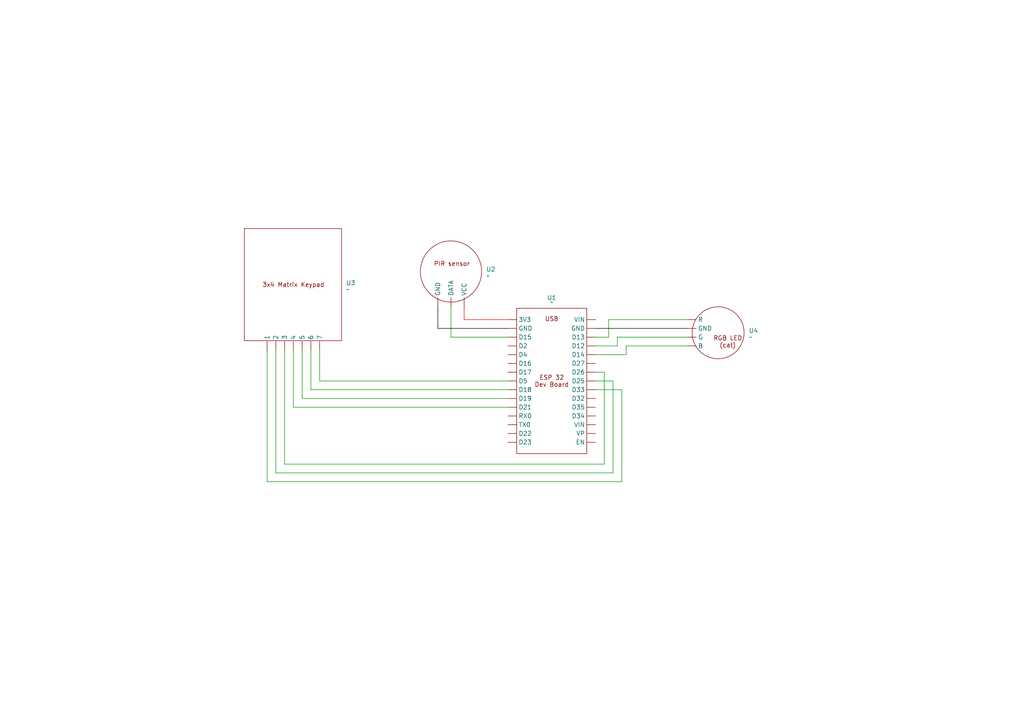
<source format=kicad_sch>
(kicad_sch (version 20231120) (generator "eeschema") (generator_version "8.0")
  (paper "A4")
  (lib_symbols
    (symbol "alarm_library:3x4_matrix_keypad"
      (property "Reference" "U" (at 0 0 0))
      (symbol "3x4_matrix_keypad_0_1"
        (rectangle (start -14.224 16.256) (end 13.97 -16.256))
      )
      (symbol "3x4_matrix_keypad_1_1"
        (text "3x4 Matrix Keypad" (at 0 0 0) (effects (font (size 1.27 1.27))))
        (pin output line (at -7.62 -19.05 90) (length 2.54) (name "1") (number ""))
        (pin output line (at -5.08 -19.05 90) (length 2.54) (name "2") (number ""))
        (pin output line (at -2.54 -19.05 90) (length 2.54) (name "3") (number ""))
        (pin output line (at 0 -19.05 90) (length 2.54) (name "4") (number ""))
        (pin output line (at 2.54 -19.05 90) (length 2.54) (name "5") (number ""))
        (pin output line (at 5.08 -19.05 90) (length 2.54) (name "6") (number ""))
        (pin output line (at 7.62 -19.05 90) (length 2.54) (name "7") (number ""))
      )
    )
    (symbol "alarm_library:PIR_sensor"
      (property "Reference" "U" (at 0 0 0))
      (symbol "PIR_sensor_0_1"
        (circle (center 0 0) (radius 8.8718))
      )
      (symbol "PIR_sensor_1_1"
        (text "PIR sensor" (at 0.254 2.286 0) (effects (font (size 1.27 1.27))))
        (pin output line (at 0 -10.16 90) (length 2.54) (name "DATA") (number ""))
        (pin output line (at -3.81 -10.16 90) (length 2.54) (name "GND") (number ""))
        (pin output line (at 3.81 -10.16 90) (length 2.54) (name "VCC") (number ""))
      )
    )
    (symbol "alarm_library:RGB_Cathode_LED"
      (property "Reference" "U" (at 2.032 -1.524 0))
      (symbol "RGB_Cathode_LED_0_1"
        (circle (center 0 0) (radius 7.5391))
      )
      (symbol "RGB_Cathode_LED_1_1"
        (text "RGB LED\n(cat)" (at 2.794 -2.54 0) (effects (font (size 1.27 1.27))))
        (pin output line (at -8.89 -3.81 0) (length 2.54) (name "B") (number ""))
        (pin output line (at -8.89 -1.27 0) (length 2.54) (name "G") (number ""))
        (pin output line (at -8.89 1.27 0) (length 2.54) (name "GND") (number ""))
        (pin output line (at -8.89 3.81 0) (length 2.54) (name "R") (number ""))
      )
    )
    (symbol "alarm_library:esp32_dev_board"
      (property "Reference" "U" (at 0 0 0))
      (symbol "esp32_dev_board_1_1"
        (rectangle (start -10.16 74.422) (end 10.16 32.258))
        (text "ESP 32\nDev Board" (at 0 53.34 0) (effects (font (size 1.27 1.27))))
        (text "USB" (at 0 71.374 0) (effects (font (size 1.27 1.27))))
        (pin output line (at -12.7 71.12 0) (length 2.54) (name "3V3") (number ""))
        (pin output line (at 12.7 63.5 180) (length 2.54) (name "D12") (number ""))
        (pin output line (at 12.7 66.04 180) (length 2.54) (name "D13") (number ""))
        (pin output line (at 12.7 60.96 180) (length 2.54) (name "D14") (number ""))
        (pin output line (at -12.7 66.04 0) (length 2.54) (name "D15") (number ""))
        (pin output line (at -12.7 58.42 0) (length 2.54) (name "D16") (number ""))
        (pin output line (at -12.7 55.88 0) (length 2.54) (name "D17") (number ""))
        (pin output line (at -12.7 50.8 0) (length 2.54) (name "D18") (number ""))
        (pin output line (at -12.7 48.26 0) (length 2.54) (name "D19") (number ""))
        (pin output line (at -12.7 63.5 0) (length 2.54) (name "D2") (number ""))
        (pin output line (at -12.7 45.72 0) (length 2.54) (name "D21") (number ""))
        (pin output line (at -12.7 38.1 0) (length 2.54) (name "D22") (number ""))
        (pin output line (at -12.7 35.56 0) (length 2.54) (name "D23") (number ""))
        (pin output line (at 12.7 53.34 180) (length 2.54) (name "D25") (number ""))
        (pin output line (at 12.7 55.88 180) (length 2.54) (name "D26") (number ""))
        (pin output line (at 12.7 58.42 180) (length 2.54) (name "D27") (number ""))
        (pin output line (at 12.7 48.26 180) (length 2.54) (name "D32") (number ""))
        (pin output line (at 12.7 50.8 180) (length 2.54) (name "D33") (number ""))
        (pin output line (at 12.7 43.18 180) (length 2.54) (name "D34") (number ""))
        (pin output line (at 12.7 45.72 180) (length 2.54) (name "D35") (number ""))
        (pin output line (at -12.7 60.96 0) (length 2.54) (name "D4") (number ""))
        (pin output line (at -12.7 53.34 0) (length 2.54) (name "D5") (number ""))
        (pin output line (at 12.7 35.56 180) (length 2.54) (name "EN") (number ""))
        (pin output line (at -12.7 68.58 0) (length 2.54) (name "GND") (number ""))
        (pin output line (at 12.7 68.58 180) (length 2.54) (name "GND") (number ""))
        (pin output line (at -12.7 43.18 0) (length 2.54) (name "RX0") (number ""))
        (pin output line (at -12.7 40.64 0) (length 2.54) (name "TX0") (number ""))
        (pin output line (at 12.7 40.64 180) (length 2.54) (name "VIN") (number ""))
        (pin output line (at 12.7 71.12 180) (length 2.54) (name "VIN") (number ""))
        (pin output line (at 12.7 38.1 180) (length 2.54) (name "VP") (number ""))
      )
    )
  )
  (wire (pts (xy 176.53 97.79) (xy 172.72 97.79)))
  (wire (pts (xy 175.26 134.62) (xy 175.26 107.95)))
  (wire (pts (xy 92.71 101.6) (xy 92.71 110.49)))
  (wire (pts (xy 177.8 110.49) (xy 172.72 110.49)))
  (wire (pts (xy 80.01 101.6) (xy 80.01 137.16)))
  (wire (pts (xy 130.81 97.79) (xy 147.32 97.79)))
  (wire (pts (xy 77.47 101.6) (xy 77.47 139.7)))
  (wire (pts (xy 199.39 100.33) (xy 181.61 100.33)))
  (wire (pts (xy 82.55 101.6) (xy 82.55 134.62)))
  (wire (pts (xy 80.01 137.16) (xy 177.8 137.16)))
  (wire (pts (xy 175.26 107.95) (xy 172.72 107.95)))
  (wire (pts (xy 85.09 101.6) (xy 85.09 118.11)))
  (wire (pts (xy 199.39 97.79) (xy 179.07 97.79)))
  (wire (pts (xy 82.55 134.62) (xy 175.26 134.62)))
  (wire (pts (xy 176.53 92.71) (xy 176.53 97.79)))
  (wire (pts (xy 90.17 101.6) (xy 90.17 113.03)))
  (wire (pts (xy 85.09 118.11) (xy 147.32 118.11)))
  (wire (pts (xy 90.17 113.03) (xy 147.32 113.03)))
  (wire (pts (xy 199.39 92.71) (xy 176.53 92.71)))
  (wire (pts (xy 77.47 139.7) (xy 180.34 139.7)))
  (wire (pts (xy 130.81 88.9) (xy 130.81 97.79)))
  (wire (pts (xy 181.61 102.87) (xy 172.72 102.87)))
  (wire (pts (xy 177.8 137.16) (xy 177.8 110.49)))
  (wire (pts (xy 87.63 115.57) (xy 147.32 115.57)))
  (wire (pts (xy 134.62 92.71) (xy 147.32 92.71)) (stroke (width 0) (color 255 0 0 1)))
  (wire (pts (xy 180.34 113.03) (xy 172.72 113.03)))
  (wire (pts (xy 180.34 139.7) (xy 180.34 113.03)))
  (wire (pts (xy 87.63 101.6) (xy 87.63 115.57)))
  (wire (pts (xy 179.07 97.79) (xy 179.07 100.33)))
  (wire (pts (xy 181.61 100.33) (xy 181.61 102.87)))
  (wire (pts (xy 127 88.9) (xy 127 95.25)) (stroke (width 0) (color 0 0 0 1)))
  (wire (pts (xy 92.71 110.49) (xy 147.32 110.49)))
  (wire (pts (xy 134.62 88.9) (xy 134.62 92.71)) (stroke (width 0) (color 255 0 0 1)))
  (wire (pts (xy 172.72 95.25) (xy 199.39 95.25)) (stroke (width 0) (color 0 0 0 1)))
  (wire (pts (xy 179.07 100.33) (xy 172.72 100.33)))
  (wire (pts (xy 127 95.25) (xy 147.32 95.25)) (stroke (width 0) (color 0 0 0 1)))
  (symbol (lib_id "alarm_library:esp32_dev_board") (at 160.02 163.83 0) (unit 1)
    (property "Reference" "U1" (at 160.02 86.36 0))
    (property "Value" "~" (at 160.02 87.63 0))
  )
  (symbol (lib_id "alarm_library:PIR_sensor") (at 130.81 78.74 0) (unit 1)
    (property "Reference" "U2" (at 140.97 78.1049 0) (effects (justify left)))
    (property "Value" "~" (at 140.97 80.01 0) (effects (justify left)))
  )
  (symbol (lib_id "alarm_library:RGB_Cathode_LED") (at 208.28 96.52 0) (unit 1)
    (property "Reference" "U4" (at 217.17 95.8849 0) (effects (justify left)))
    (property "Value" "~" (at 217.17 97.79 0) (effects (justify left)))
  )
  (symbol (lib_id "alarm_library:3x4_matrix_keypad") (at 85.09 82.55 0) (unit 1)
    (property "Reference" "U3" (at 100.33 82.0419 0) (effects (justify left)))
    (property "Value" "~" (at 100.33 83.947 0) (effects (justify left)))
  )
)
</source>
